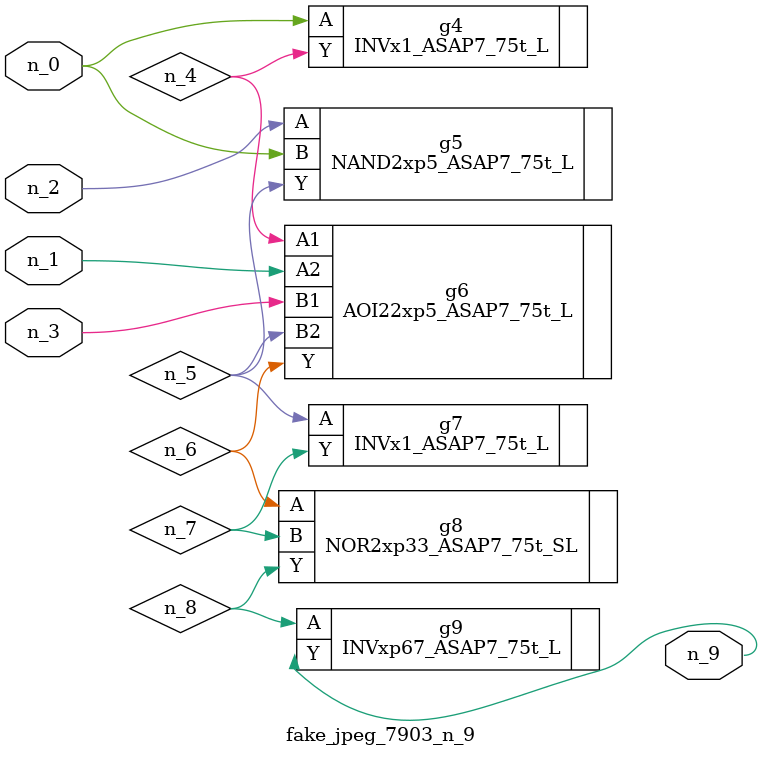
<source format=v>
module fake_jpeg_7903_n_9 (n_0, n_3, n_2, n_1, n_9);

input n_0;
input n_3;
input n_2;
input n_1;

output n_9;

wire n_4;
wire n_8;
wire n_6;
wire n_5;
wire n_7;

INVx1_ASAP7_75t_L g4 ( 
.A(n_0),
.Y(n_4)
);

NAND2xp5_ASAP7_75t_L g5 ( 
.A(n_2),
.B(n_0),
.Y(n_5)
);

AOI22xp5_ASAP7_75t_L g6 ( 
.A1(n_4),
.A2(n_1),
.B1(n_3),
.B2(n_5),
.Y(n_6)
);

NOR2xp33_ASAP7_75t_SL g8 ( 
.A(n_6),
.B(n_7),
.Y(n_8)
);

INVx1_ASAP7_75t_L g7 ( 
.A(n_5),
.Y(n_7)
);

INVxp67_ASAP7_75t_L g9 ( 
.A(n_8),
.Y(n_9)
);


endmodule
</source>
